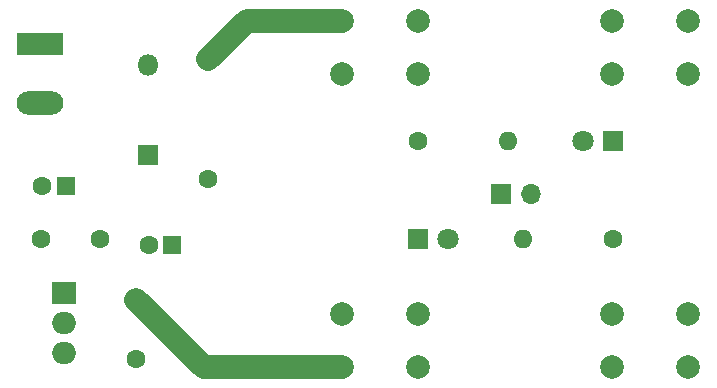
<source format=gbr>
%TF.GenerationSoftware,KiCad,Pcbnew,(5.1.12)-1*%
%TF.CreationDate,2022-07-22T22:42:44+09:00*%
%TF.ProjectId,FullBridge_demo_kit,46756c6c-4272-4696-9467-655f64656d6f,rev?*%
%TF.SameCoordinates,Original*%
%TF.FileFunction,Copper,L2,Bot*%
%TF.FilePolarity,Positive*%
%FSLAX46Y46*%
G04 Gerber Fmt 4.6, Leading zero omitted, Abs format (unit mm)*
G04 Created by KiCad (PCBNEW (5.1.12)-1) date 2022-07-22 22:42:44*
%MOMM*%
%LPD*%
G01*
G04 APERTURE LIST*
%TA.AperFunction,ComponentPad*%
%ADD10C,1.600000*%
%TD*%
%TA.AperFunction,ComponentPad*%
%ADD11R,1.600000X1.600000*%
%TD*%
%TA.AperFunction,ComponentPad*%
%ADD12R,1.800000X1.800000*%
%TD*%
%TA.AperFunction,ComponentPad*%
%ADD13O,1.800000X1.800000*%
%TD*%
%TA.AperFunction,ComponentPad*%
%ADD14C,1.800000*%
%TD*%
%TA.AperFunction,ComponentPad*%
%ADD15R,3.960000X1.980000*%
%TD*%
%TA.AperFunction,ComponentPad*%
%ADD16O,3.960000X1.980000*%
%TD*%
%TA.AperFunction,ComponentPad*%
%ADD17O,1.600000X1.600000*%
%TD*%
%TA.AperFunction,ComponentPad*%
%ADD18C,2.000000*%
%TD*%
%TA.AperFunction,ComponentPad*%
%ADD19R,2.000000X1.905000*%
%TD*%
%TA.AperFunction,ComponentPad*%
%ADD20O,2.000000X1.905000*%
%TD*%
%TA.AperFunction,ComponentPad*%
%ADD21R,1.700000X1.700000*%
%TD*%
%TA.AperFunction,ComponentPad*%
%ADD22O,1.700000X1.700000*%
%TD*%
%TA.AperFunction,Conductor*%
%ADD23C,2.000000*%
%TD*%
G04 APERTURE END LIST*
D10*
%TO.P,C1,2*%
%TO.N,GND*%
X123095000Y-102235000D03*
D11*
%TO.P,C1,1*%
%TO.N,Net-(C1-Pad1)*%
X125095000Y-102235000D03*
%TD*%
D10*
%TO.P,C2,1*%
%TO.N,Net-(C1-Pad1)*%
X128016000Y-106680000D03*
%TO.P,C2,2*%
%TO.N,GND*%
X123016000Y-106680000D03*
%TD*%
%TO.P,C3,2*%
%TO.N,GND*%
X131064000Y-111840000D03*
%TO.P,C3,1*%
%TO.N,+5V*%
X131064000Y-116840000D03*
%TD*%
D11*
%TO.P,C4,1*%
%TO.N,+5V*%
X134112000Y-107188000D03*
D10*
%TO.P,C4,2*%
%TO.N,GND*%
X132112000Y-107188000D03*
%TD*%
D12*
%TO.P,D1,1*%
%TO.N,Net-(C1-Pad1)*%
X132080000Y-99568000D03*
D13*
%TO.P,D1,2*%
%TO.N,+12V*%
X132080000Y-91948000D03*
%TD*%
D14*
%TO.P,D2,2*%
%TO.N,Net-(D2-Pad2)*%
X168910000Y-98425000D03*
D12*
%TO.P,D2,1*%
%TO.N,Net-(D2-Pad1)*%
X171450000Y-98425000D03*
%TD*%
%TO.P,D3,1*%
%TO.N,Net-(D3-Pad1)*%
X154940000Y-106680000D03*
D14*
%TO.P,D3,2*%
%TO.N,Net-(D3-Pad2)*%
X157480000Y-106680000D03*
%TD*%
D15*
%TO.P,J1,1*%
%TO.N,+12V*%
X122936000Y-90170000D03*
D16*
%TO.P,J1,2*%
%TO.N,GND*%
X122936000Y-95170000D03*
%TD*%
D10*
%TO.P,R1,1*%
%TO.N,+5V*%
X137160000Y-101600000D03*
D17*
%TO.P,R1,2*%
%TO.N,Net-(R1-Pad2)*%
X137160000Y-91440000D03*
%TD*%
D18*
%TO.P,SW1,2*%
%TO.N,Net-(R1-Pad2)*%
X154940000Y-88210000D03*
%TO.P,SW1,1*%
%TO.N,Net-(D3-Pad1)*%
X154940000Y-92710000D03*
%TO.P,SW1,2*%
%TO.N,Net-(R1-Pad2)*%
X148440000Y-88210000D03*
%TO.P,SW1,1*%
%TO.N,Net-(D3-Pad1)*%
X148440000Y-92710000D03*
%TD*%
%TO.P,SW2,2*%
%TO.N,Net-(D3-Pad1)*%
X154940000Y-113030000D03*
%TO.P,SW2,1*%
%TO.N,GND*%
X154940000Y-117530000D03*
%TO.P,SW2,2*%
%TO.N,Net-(D3-Pad1)*%
X148440000Y-113030000D03*
%TO.P,SW2,1*%
%TO.N,GND*%
X148440000Y-117530000D03*
%TD*%
%TO.P,SW3,1*%
%TO.N,Net-(D2-Pad1)*%
X171300000Y-92710000D03*
%TO.P,SW3,2*%
%TO.N,Net-(R1-Pad2)*%
X171300000Y-88210000D03*
%TO.P,SW3,1*%
%TO.N,Net-(D2-Pad1)*%
X177800000Y-92710000D03*
%TO.P,SW3,2*%
%TO.N,Net-(R1-Pad2)*%
X177800000Y-88210000D03*
%TD*%
%TO.P,SW4,1*%
%TO.N,GND*%
X171300000Y-117530000D03*
%TO.P,SW4,2*%
%TO.N,Net-(D2-Pad1)*%
X171300000Y-113030000D03*
%TO.P,SW4,1*%
%TO.N,GND*%
X177800000Y-117530000D03*
%TO.P,SW4,2*%
%TO.N,Net-(D2-Pad1)*%
X177800000Y-113030000D03*
%TD*%
D19*
%TO.P,U1,1*%
%TO.N,Net-(C1-Pad1)*%
X124968000Y-111252000D03*
D20*
%TO.P,U1,2*%
%TO.N,GND*%
X124968000Y-113792000D03*
%TO.P,U1,3*%
%TO.N,+5V*%
X124968000Y-116332000D03*
%TD*%
D21*
%TO.P,J2,1*%
%TO.N,Net-(D3-Pad1)*%
X161925000Y-102870000D03*
D22*
%TO.P,J2,2*%
%TO.N,Net-(D2-Pad1)*%
X164465000Y-102870000D03*
%TD*%
D17*
%TO.P,R2,2*%
%TO.N,Net-(D2-Pad2)*%
X162560000Y-98425000D03*
D10*
%TO.P,R2,1*%
%TO.N,Net-(D3-Pad1)*%
X154940000Y-98425000D03*
%TD*%
%TO.P,R3,1*%
%TO.N,Net-(D2-Pad1)*%
X171450000Y-106680000D03*
D17*
%TO.P,R3,2*%
%TO.N,Net-(D3-Pad2)*%
X163830000Y-106680000D03*
%TD*%
D23*
%TO.N,GND*%
X136754000Y-117530000D02*
X131064000Y-111840000D01*
X148440000Y-117530000D02*
X136754000Y-117530000D01*
%TO.N,Net-(R1-Pad2)*%
X140390000Y-88210000D02*
X137160000Y-91440000D01*
X148440000Y-88210000D02*
X140390000Y-88210000D01*
%TD*%
M02*

</source>
